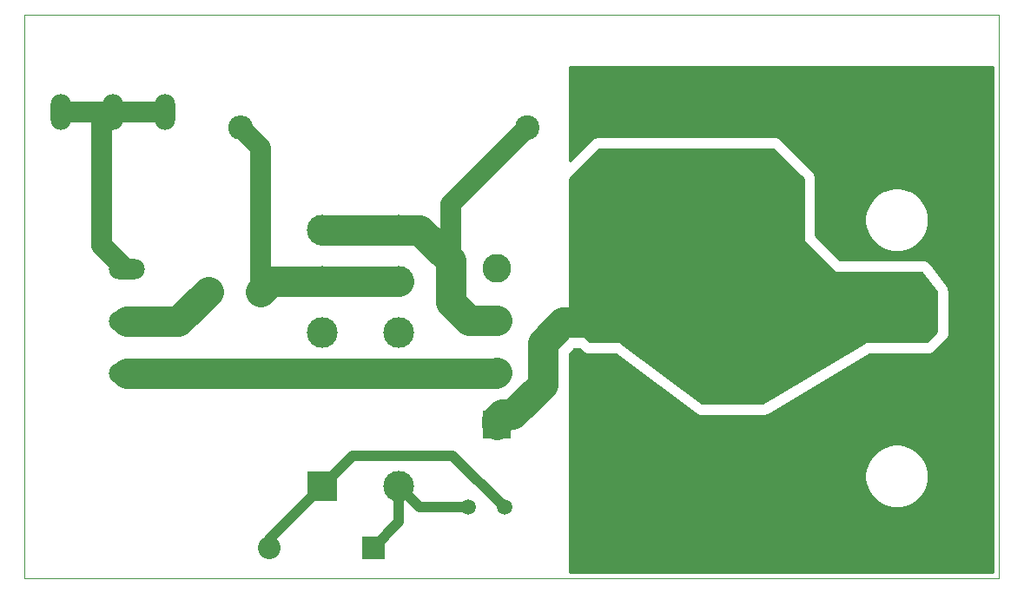
<source format=gbr>
G04 #@! TF.GenerationSoftware,KiCad,Pcbnew,(5.1.6)-1*
G04 #@! TF.CreationDate,2020-05-22T14:14:26+02:00*
G04 #@! TF.ProjectId,rect4,72656374-342e-46b6-9963-61645f706362,rev?*
G04 #@! TF.SameCoordinates,PX17d7840PYaba9500*
G04 #@! TF.FileFunction,Copper,L1,Top*
G04 #@! TF.FilePolarity,Positive*
%FSLAX46Y46*%
G04 Gerber Fmt 4.6, Leading zero omitted, Abs format (unit mm)*
G04 Created by KiCad (PCBNEW (5.1.6)-1) date 2020-05-22 14:14:26*
%MOMM*%
%LPD*%
G01*
G04 APERTURE LIST*
G04 #@! TA.AperFunction,Profile*
%ADD10C,0.050000*%
G04 #@! TD*
G04 #@! TA.AperFunction,ComponentPad*
%ADD11O,2.000000X3.500000*%
G04 #@! TD*
G04 #@! TA.AperFunction,ComponentPad*
%ADD12O,1.600000X1.600000*%
G04 #@! TD*
G04 #@! TA.AperFunction,ComponentPad*
%ADD13C,1.600000*%
G04 #@! TD*
G04 #@! TA.AperFunction,ComponentPad*
%ADD14O,2.400000X2.400000*%
G04 #@! TD*
G04 #@! TA.AperFunction,ComponentPad*
%ADD15C,2.400000*%
G04 #@! TD*
G04 #@! TA.AperFunction,ComponentPad*
%ADD16C,3.000000*%
G04 #@! TD*
G04 #@! TA.AperFunction,ComponentPad*
%ADD17R,3.000000X3.000000*%
G04 #@! TD*
G04 #@! TA.AperFunction,ComponentPad*
%ADD18O,3.500000X2.000000*%
G04 #@! TD*
G04 #@! TA.AperFunction,ComponentPad*
%ADD19C,1.500000*%
G04 #@! TD*
G04 #@! TA.AperFunction,ComponentPad*
%ADD20C,2.000000*%
G04 #@! TD*
G04 #@! TA.AperFunction,ComponentPad*
%ADD21R,2.800000X2.800000*%
G04 #@! TD*
G04 #@! TA.AperFunction,ComponentPad*
%ADD22C,2.800000*%
G04 #@! TD*
G04 #@! TA.AperFunction,ComponentPad*
%ADD23O,2.200000X2.200000*%
G04 #@! TD*
G04 #@! TA.AperFunction,ComponentPad*
%ADD24R,2.200000X2.200000*%
G04 #@! TD*
G04 #@! TA.AperFunction,ComponentPad*
%ADD25C,3.300000*%
G04 #@! TD*
G04 #@! TA.AperFunction,ViaPad*
%ADD26C,0.800000*%
G04 #@! TD*
G04 #@! TA.AperFunction,Conductor*
%ADD27C,2.000000*%
G04 #@! TD*
G04 #@! TA.AperFunction,Conductor*
%ADD28C,3.000000*%
G04 #@! TD*
G04 #@! TA.AperFunction,Conductor*
%ADD29C,1.000000*%
G04 #@! TD*
G04 #@! TA.AperFunction,Conductor*
%ADD30C,0.254000*%
G04 #@! TD*
G04 APERTURE END LIST*
D10*
X0Y55000000D02*
X95000000Y55000000D01*
X0Y0D02*
X0Y55000000D01*
X5000000Y0D02*
X0Y0D01*
X95000000Y0D02*
X95000000Y55000000D01*
X5000000Y0D02*
X95000000Y0D01*
D11*
G04 #@! TO.P,J4,3*
G04 #@! TO.N,Earth_Protective*
X13660000Y45500000D03*
G04 #@! TO.P,J4,2*
X8580000Y45500000D03*
G04 #@! TO.P,J4,1*
X3500000Y45500000D03*
G04 #@! TD*
D12*
G04 #@! TO.P,R2,2*
G04 #@! TO.N,VPP*
X55000000Y26620000D03*
D13*
G04 #@! TO.P,R2,1*
G04 #@! TO.N,GNDPWR*
X55000000Y19000000D03*
G04 #@! TD*
D14*
G04 #@! TO.P,R1,2*
G04 #@! TO.N,Net-(F1-Pad1)*
X21060000Y44000000D03*
D15*
G04 #@! TO.P,R1,1*
G04 #@! TO.N,/L_switched*
X49000000Y44000000D03*
G04 #@! TD*
D16*
G04 #@! TO.P,K1,14*
G04 #@! TO.N,/L_switched*
X29000000Y34000000D03*
G04 #@! TO.P,K1,21*
G04 #@! TO.N,Net-(F1-Pad1)*
X36500000Y29000000D03*
G04 #@! TO.P,K1,12*
G04 #@! TO.N,Net-(K1-Pad12)*
X29000000Y24000000D03*
G04 #@! TO.P,K1,22*
G04 #@! TO.N,Net-(K1-Pad22)*
X36500000Y24000000D03*
G04 #@! TO.P,K1,24*
G04 #@! TO.N,/L_switched*
X36500000Y34000000D03*
G04 #@! TO.P,K1,11*
G04 #@! TO.N,Net-(F1-Pad1)*
X29000000Y29000000D03*
G04 #@! TO.P,K1,A2*
G04 #@! TO.N,Net-(D1-Pad1)*
X36500000Y9000000D03*
D17*
G04 #@! TO.P,K1,A1*
G04 #@! TO.N,Net-(D1-Pad2)*
X29000000Y9000000D03*
G04 #@! TD*
D18*
G04 #@! TO.P,J3,2*
G04 #@! TO.N,GNDPWR*
X86500000Y19920000D03*
G04 #@! TO.P,J3,1*
G04 #@! TO.N,VPP*
X86500000Y25000000D03*
G04 #@! TD*
D19*
G04 #@! TO.P,J2,1*
G04 #@! TO.N,Net-(D1-Pad1)*
X43250000Y7000000D03*
G04 #@! TO.P,J2,2*
G04 #@! TO.N,Net-(D1-Pad2)*
X46750000Y7000000D03*
G04 #@! TD*
D18*
G04 #@! TO.P,J1,3*
G04 #@! TO.N,Earth_Protective*
X10000000Y30160000D03*
G04 #@! TO.P,J1,2*
G04 #@! TO.N,Net-(F1-Pad2)*
X10000000Y25080000D03*
G04 #@! TO.P,J1,1*
G04 #@! TO.N,Net-(D2-Pad2)*
X10000000Y20000000D03*
G04 #@! TD*
D20*
G04 #@! TO.P,F1,2*
G04 #@! TO.N,Net-(F1-Pad2)*
X17920000Y28010000D03*
G04 #@! TO.P,F1,1*
G04 #@! TO.N,Net-(F1-Pad1)*
X23000000Y28000000D03*
G04 #@! TD*
D21*
G04 #@! TO.P,D2,1*
G04 #@! TO.N,VPP*
X46000000Y15000000D03*
D22*
G04 #@! TO.P,D2,2*
G04 #@! TO.N,Net-(D2-Pad2)*
X46000000Y20080000D03*
G04 #@! TO.P,D2,3*
G04 #@! TO.N,/L_switched*
X46000000Y25160000D03*
G04 #@! TO.P,D2,4*
G04 #@! TO.N,GNDPWR*
X46000000Y30240000D03*
G04 #@! TD*
D23*
G04 #@! TO.P,D1,2*
G04 #@! TO.N,Net-(D1-Pad2)*
X23840000Y3000000D03*
D24*
G04 #@! TO.P,D1,1*
G04 #@! TO.N,Net-(D1-Pad1)*
X34000000Y3000000D03*
G04 #@! TD*
G04 #@! TO.P,C2,1*
G04 #@! TO.N,VPP*
G04 #@! TA.AperFunction,ComponentPad*
G36*
G01*
X70825000Y36350000D02*
X69175000Y36350000D01*
G75*
G02*
X68350000Y37175000I0J825000D01*
G01*
X68350000Y38825000D01*
G75*
G02*
X69175000Y39650000I825000J0D01*
G01*
X70825000Y39650000D01*
G75*
G02*
X71650000Y38825000I0J-825000D01*
G01*
X71650000Y37175000D01*
G75*
G02*
X70825000Y36350000I-825000J0D01*
G01*
G37*
G04 #@! TD.AperFunction*
D25*
G04 #@! TO.P,C2,2*
G04 #@! TO.N,GNDPWR*
X70000000Y48000000D03*
G04 #@! TD*
G04 #@! TO.P,C1,1*
G04 #@! TO.N,VPP*
G04 #@! TA.AperFunction,ComponentPad*
G36*
G01*
X68175000Y21650000D02*
X69825000Y21650000D01*
G75*
G02*
X70650000Y20825000I0J-825000D01*
G01*
X70650000Y19175000D01*
G75*
G02*
X69825000Y18350000I-825000J0D01*
G01*
X68175000Y18350000D01*
G75*
G02*
X67350000Y19175000I0J825000D01*
G01*
X67350000Y20825000D01*
G75*
G02*
X68175000Y21650000I825000J0D01*
G01*
G37*
G04 #@! TD.AperFunction*
G04 #@! TO.P,C1,2*
G04 #@! TO.N,GNDPWR*
X69000000Y10000000D03*
G04 #@! TD*
D26*
G04 #@! TO.N,VPP*
X83500000Y25000000D03*
X82000000Y25000000D03*
X80500000Y25000000D03*
X79000000Y25000000D03*
X77500000Y25000000D03*
X76000000Y25000000D03*
X74750000Y26250000D03*
X73500000Y27500000D03*
X72000000Y28000000D03*
X70000000Y28000000D03*
X68000000Y28000000D03*
X66000000Y28000000D03*
X64000000Y28000000D03*
X62000000Y28000000D03*
X60000000Y28000000D03*
X58000000Y28000000D03*
X55940000Y27560000D03*
X70000000Y34000000D03*
X70000000Y32000000D03*
X70000000Y30000000D03*
X70000000Y25500000D03*
X70000000Y23000000D03*
G04 #@! TO.N,GNDPWR*
X67500000Y12500000D03*
X68500000Y12500000D03*
X69500000Y12500000D03*
X70500000Y12500000D03*
X71500000Y12500000D03*
X67500000Y13500000D03*
X68500000Y13500000D03*
X69500000Y13500000D03*
X70500000Y13500000D03*
X71500000Y13500000D03*
X68000000Y45000000D03*
X69000000Y45000000D03*
X70000000Y45000000D03*
X71000000Y45000000D03*
X72000000Y45000000D03*
X72000000Y46000000D03*
X68000000Y46000000D03*
X67000000Y46000000D03*
X67000000Y45000000D03*
X73000000Y45000000D03*
X73000000Y47000000D03*
X73000000Y46000000D03*
X67000000Y47000000D03*
X85000000Y18000000D03*
X86000000Y18000000D03*
X87000000Y18000000D03*
X88000000Y18000000D03*
X89000000Y18000000D03*
X84000000Y18000000D03*
X90000000Y18000000D03*
X90000000Y19000000D03*
X90000000Y20000000D03*
X90000000Y21000000D03*
X89000000Y21000000D03*
X89000000Y20000000D03*
X89000000Y19000000D03*
X84000000Y19000000D03*
X84000000Y20000000D03*
X83000000Y18000000D03*
X83000000Y19000000D03*
X83000000Y20000000D03*
X84000000Y21000000D03*
X83000000Y21000000D03*
X66500000Y13500000D03*
X66500000Y12500000D03*
X71500000Y11500000D03*
X66500000Y11500000D03*
G04 #@! TD*
D27*
G04 #@! TO.N,VPP*
X70000000Y21000000D02*
X69000000Y20000000D01*
X70000000Y38000000D02*
X70000000Y28000000D01*
X70000000Y28000000D02*
X70000000Y21000000D01*
X55000000Y26620000D02*
X56380000Y28000000D01*
X56380000Y28000000D02*
X70000000Y28000000D01*
X54620000Y26620000D02*
X55000000Y26620000D01*
D28*
X47576858Y15999990D02*
X50500000Y18923132D01*
X46499990Y15999990D02*
X47576858Y15999990D01*
X46000000Y15000000D02*
X46000000Y15500000D01*
X46000000Y15500000D02*
X46499990Y15999990D01*
X50500000Y18923132D02*
X50500000Y23000000D01*
X50500000Y23000000D02*
X52500000Y25000000D01*
X52500000Y25000000D02*
X55000000Y25000000D01*
X55000000Y25000000D02*
X56500000Y25000000D01*
D27*
G04 #@! TO.N,GNDPWR*
X64000000Y10000000D02*
X69000000Y10000000D01*
X55000000Y19000000D02*
X64000000Y10000000D01*
X69000000Y10000000D02*
X76000000Y10000000D01*
X76000000Y10000000D02*
X85920000Y19920000D01*
D29*
G04 #@! TO.N,Net-(D1-Pad2)*
X23840000Y3840000D02*
X29000000Y9000000D01*
X23840000Y3000000D02*
X23840000Y3840000D01*
X46750000Y7000000D02*
X41750000Y12000000D01*
X32000000Y12000000D02*
X29000000Y9000000D01*
X41750000Y12000000D02*
X32000000Y12000000D01*
G04 #@! TO.N,Net-(D1-Pad1)*
X36500000Y5500000D02*
X34000000Y3000000D01*
X36500000Y9000000D02*
X36500000Y5500000D01*
X36500000Y9000000D02*
X37250000Y9000000D01*
X38500000Y7000000D02*
X36500000Y9000000D01*
X43250000Y7000000D02*
X38500000Y7000000D01*
D28*
G04 #@! TO.N,Net-(F1-Pad2)*
X10000000Y25080000D02*
X14990000Y25080000D01*
X14990000Y25080000D02*
X17920000Y28010000D01*
D27*
G04 #@! TO.N,Net-(F1-Pad1)*
X21060000Y44000000D02*
X23000000Y42060000D01*
X23000000Y42060000D02*
X23000000Y28000000D01*
D28*
X23000000Y28000000D02*
X24000000Y29000000D01*
X24000000Y29000000D02*
X29000000Y29000000D01*
X29000000Y29000000D02*
X36500000Y29000000D01*
D27*
G04 #@! TO.N,Earth_Protective*
X10000000Y30160000D02*
X9840000Y30160000D01*
X7500000Y32500000D02*
X7500000Y45500000D01*
X3500000Y45500000D02*
X7500000Y45500000D01*
X9840000Y30160000D02*
X7500000Y32500000D01*
X7500000Y45500000D02*
X13660000Y45500000D01*
D28*
G04 #@! TO.N,/L_switched*
X29000000Y34000000D02*
X36500000Y34000000D01*
X43340000Y25160000D02*
X46000000Y25160000D01*
X41500000Y27000000D02*
X43340000Y25160000D01*
X41500000Y31000000D02*
X41500000Y27000000D01*
X36500000Y34000000D02*
X38500000Y34000000D01*
X38500000Y34000000D02*
X41500000Y31000000D01*
D27*
X41500000Y36500000D02*
X41500000Y31000000D01*
X49000000Y44000000D02*
X41500000Y36500000D01*
D28*
G04 #@! TO.N,Net-(D2-Pad2)*
X45920000Y20000000D02*
X46000000Y20080000D01*
X10000000Y20000000D02*
X45920000Y20000000D01*
G04 #@! TD*
D30*
G04 #@! TO.N,VPP*
G36*
X75873000Y38947394D02*
G01*
X75873000Y33000000D01*
X75875440Y32975224D01*
X75882667Y32951399D01*
X75894403Y32929443D01*
X75910197Y32910197D01*
X78910197Y29910197D01*
X78929443Y29894403D01*
X78951399Y29882667D01*
X78975224Y29875440D01*
X79000000Y29873000D01*
X87436500Y29873000D01*
X88873000Y27957667D01*
X88873000Y24052606D01*
X87947394Y23127000D01*
X82000000Y23127000D01*
X81975224Y23124560D01*
X81951399Y23117333D01*
X81934659Y23108902D01*
X71964822Y17127000D01*
X66042333Y17127000D01*
X58076200Y23101600D01*
X58054915Y23114514D01*
X58031519Y23123027D01*
X58000000Y23127000D01*
X55052606Y23127000D01*
X53127000Y25052606D01*
X53127000Y38947394D01*
X56052606Y41873000D01*
X72947394Y41873000D01*
X75873000Y38947394D01*
G37*
X75873000Y38947394D02*
X75873000Y33000000D01*
X75875440Y32975224D01*
X75882667Y32951399D01*
X75894403Y32929443D01*
X75910197Y32910197D01*
X78910197Y29910197D01*
X78929443Y29894403D01*
X78951399Y29882667D01*
X78975224Y29875440D01*
X79000000Y29873000D01*
X87436500Y29873000D01*
X88873000Y27957667D01*
X88873000Y24052606D01*
X87947394Y23127000D01*
X82000000Y23127000D01*
X81975224Y23124560D01*
X81951399Y23117333D01*
X81934659Y23108902D01*
X71964822Y17127000D01*
X66042333Y17127000D01*
X58076200Y23101600D01*
X58054915Y23114514D01*
X58031519Y23123027D01*
X58000000Y23127000D01*
X55052606Y23127000D01*
X53127000Y25052606D01*
X53127000Y38947394D01*
X56052606Y41873000D01*
X72947394Y41873000D01*
X75873000Y38947394D01*
G04 #@! TO.N,GNDPWR*
G36*
X94340000Y660000D02*
G01*
X53127000Y660000D01*
X53127000Y10307983D01*
X81873000Y10307983D01*
X81873000Y9692017D01*
X81993169Y9087888D01*
X82228889Y8518810D01*
X82571101Y8006654D01*
X83006654Y7571101D01*
X83518810Y7228889D01*
X84087888Y6993169D01*
X84692017Y6873000D01*
X85307983Y6873000D01*
X85912112Y6993169D01*
X86481190Y7228889D01*
X86993346Y7571101D01*
X87428899Y8006654D01*
X87771111Y8518810D01*
X88006831Y9087888D01*
X88127000Y9692017D01*
X88127000Y10307983D01*
X88006831Y10912112D01*
X87771111Y11481190D01*
X87428899Y11993346D01*
X86993346Y12428899D01*
X86481190Y12771111D01*
X85912112Y13006831D01*
X85307983Y13127000D01*
X84692017Y13127000D01*
X84087888Y13006831D01*
X83518810Y12771111D01*
X83006654Y12428899D01*
X82571101Y11993346D01*
X82228889Y11481190D01*
X81993169Y10912112D01*
X81873000Y10307983D01*
X53127000Y10307983D01*
X53127000Y18794086D01*
X53139710Y18923131D01*
X53127000Y19052176D01*
X53127000Y21911862D01*
X53588139Y22373000D01*
X54033182Y22373000D01*
X54203091Y22203091D01*
X54373872Y22062934D01*
X54568716Y21958788D01*
X54780133Y21894655D01*
X55000000Y21873000D01*
X57624333Y21873000D01*
X65323800Y16098400D01*
X65568716Y15958788D01*
X65780133Y15894655D01*
X66000000Y15873000D01*
X72000000Y15873000D01*
X72165876Y15885274D01*
X72380161Y15939054D01*
X72579837Y16033605D01*
X82312162Y21873000D01*
X88000000Y21873000D01*
X88219867Y21894655D01*
X88431284Y21958788D01*
X88626128Y22062934D01*
X88796909Y22203091D01*
X89796909Y23203091D01*
X89937066Y23373872D01*
X90041212Y23568716D01*
X90105345Y23780133D01*
X90127000Y24000000D01*
X90127000Y28000000D01*
X90091740Y28279700D01*
X90016196Y28487314D01*
X89901600Y28676200D01*
X88401600Y30676200D01*
X88296909Y30796909D01*
X88126128Y30937066D01*
X87931284Y31041212D01*
X87719867Y31105345D01*
X87500000Y31127000D01*
X79466818Y31127000D01*
X77127000Y33466818D01*
X77127000Y35307983D01*
X81873000Y35307983D01*
X81873000Y34692017D01*
X81993169Y34087888D01*
X82228889Y33518810D01*
X82571101Y33006654D01*
X83006654Y32571101D01*
X83518810Y32228889D01*
X84087888Y31993169D01*
X84692017Y31873000D01*
X85307983Y31873000D01*
X85912112Y31993169D01*
X86481190Y32228889D01*
X86993346Y32571101D01*
X87428899Y33006654D01*
X87771111Y33518810D01*
X88006831Y34087888D01*
X88127000Y34692017D01*
X88127000Y35307983D01*
X88006831Y35912112D01*
X87771111Y36481190D01*
X87428899Y36993346D01*
X86993346Y37428899D01*
X86481190Y37771111D01*
X85912112Y38006831D01*
X85307983Y38127000D01*
X84692017Y38127000D01*
X84087888Y38006831D01*
X83518810Y37771111D01*
X83006654Y37428899D01*
X82571101Y36993346D01*
X82228889Y36481190D01*
X81993169Y35912112D01*
X81873000Y35307983D01*
X77127000Y35307983D01*
X77127000Y39000000D01*
X77105345Y39219867D01*
X77041212Y39431284D01*
X76937066Y39626128D01*
X76796909Y39796909D01*
X73796909Y42796909D01*
X73626128Y42937066D01*
X73431284Y43041212D01*
X73219867Y43105345D01*
X73000000Y43127000D01*
X56000000Y43127000D01*
X55780133Y43105345D01*
X55568716Y43041212D01*
X55373872Y42937066D01*
X55203091Y42796909D01*
X53127000Y40720818D01*
X53127000Y49873000D01*
X94340001Y49873000D01*
X94340000Y660000D01*
G37*
X94340000Y660000D02*
X53127000Y660000D01*
X53127000Y10307983D01*
X81873000Y10307983D01*
X81873000Y9692017D01*
X81993169Y9087888D01*
X82228889Y8518810D01*
X82571101Y8006654D01*
X83006654Y7571101D01*
X83518810Y7228889D01*
X84087888Y6993169D01*
X84692017Y6873000D01*
X85307983Y6873000D01*
X85912112Y6993169D01*
X86481190Y7228889D01*
X86993346Y7571101D01*
X87428899Y8006654D01*
X87771111Y8518810D01*
X88006831Y9087888D01*
X88127000Y9692017D01*
X88127000Y10307983D01*
X88006831Y10912112D01*
X87771111Y11481190D01*
X87428899Y11993346D01*
X86993346Y12428899D01*
X86481190Y12771111D01*
X85912112Y13006831D01*
X85307983Y13127000D01*
X84692017Y13127000D01*
X84087888Y13006831D01*
X83518810Y12771111D01*
X83006654Y12428899D01*
X82571101Y11993346D01*
X82228889Y11481190D01*
X81993169Y10912112D01*
X81873000Y10307983D01*
X53127000Y10307983D01*
X53127000Y18794086D01*
X53139710Y18923131D01*
X53127000Y19052176D01*
X53127000Y21911862D01*
X53588139Y22373000D01*
X54033182Y22373000D01*
X54203091Y22203091D01*
X54373872Y22062934D01*
X54568716Y21958788D01*
X54780133Y21894655D01*
X55000000Y21873000D01*
X57624333Y21873000D01*
X65323800Y16098400D01*
X65568716Y15958788D01*
X65780133Y15894655D01*
X66000000Y15873000D01*
X72000000Y15873000D01*
X72165876Y15885274D01*
X72380161Y15939054D01*
X72579837Y16033605D01*
X82312162Y21873000D01*
X88000000Y21873000D01*
X88219867Y21894655D01*
X88431284Y21958788D01*
X88626128Y22062934D01*
X88796909Y22203091D01*
X89796909Y23203091D01*
X89937066Y23373872D01*
X90041212Y23568716D01*
X90105345Y23780133D01*
X90127000Y24000000D01*
X90127000Y28000000D01*
X90091740Y28279700D01*
X90016196Y28487314D01*
X89901600Y28676200D01*
X88401600Y30676200D01*
X88296909Y30796909D01*
X88126128Y30937066D01*
X87931284Y31041212D01*
X87719867Y31105345D01*
X87500000Y31127000D01*
X79466818Y31127000D01*
X77127000Y33466818D01*
X77127000Y35307983D01*
X81873000Y35307983D01*
X81873000Y34692017D01*
X81993169Y34087888D01*
X82228889Y33518810D01*
X82571101Y33006654D01*
X83006654Y32571101D01*
X83518810Y32228889D01*
X84087888Y31993169D01*
X84692017Y31873000D01*
X85307983Y31873000D01*
X85912112Y31993169D01*
X86481190Y32228889D01*
X86993346Y32571101D01*
X87428899Y33006654D01*
X87771111Y33518810D01*
X88006831Y34087888D01*
X88127000Y34692017D01*
X88127000Y35307983D01*
X88006831Y35912112D01*
X87771111Y36481190D01*
X87428899Y36993346D01*
X86993346Y37428899D01*
X86481190Y37771111D01*
X85912112Y38006831D01*
X85307983Y38127000D01*
X84692017Y38127000D01*
X84087888Y38006831D01*
X83518810Y37771111D01*
X83006654Y37428899D01*
X82571101Y36993346D01*
X82228889Y36481190D01*
X81993169Y35912112D01*
X81873000Y35307983D01*
X77127000Y35307983D01*
X77127000Y39000000D01*
X77105345Y39219867D01*
X77041212Y39431284D01*
X76937066Y39626128D01*
X76796909Y39796909D01*
X73796909Y42796909D01*
X73626128Y42937066D01*
X73431284Y43041212D01*
X73219867Y43105345D01*
X73000000Y43127000D01*
X56000000Y43127000D01*
X55780133Y43105345D01*
X55568716Y43041212D01*
X55373872Y42937066D01*
X55203091Y42796909D01*
X53127000Y40720818D01*
X53127000Y49873000D01*
X94340001Y49873000D01*
X94340000Y660000D01*
G04 #@! TD*
M02*

</source>
